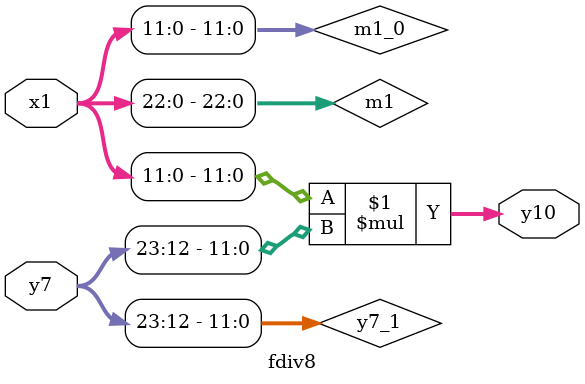
<source format=sv>
`default_nettype none

module fdiv8(
  input wire [31:0] x1,
  input wire [23:0] y7,
  output wire [23:0] y10 );

  wire [22:0] m1;
  assign m1 = x1[22:0];
  
  wire [11:0] m1_0, y7_1;
  assign m1_0 = m1[11:0];
  assign y7_1 = y7[23:12];

  assign y10 = m1_0 * y7_1;

endmodule

`default_nettype wire

</source>
